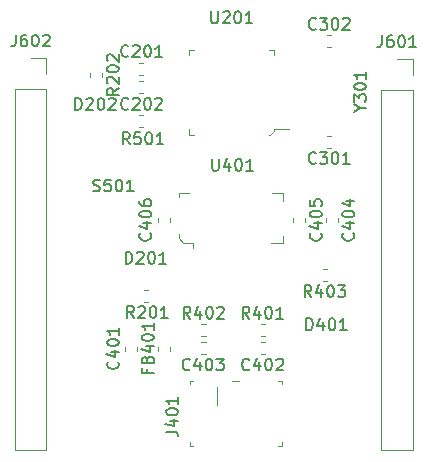
<source format=gbr>
%TF.GenerationSoftware,KiCad,Pcbnew,(5.1.6)-1*%
%TF.CreationDate,2020-07-15T15:52:09-04:00*%
%TF.ProjectId,Arduino Rev 2,41726475-696e-46f2-9052-657620322e6b,rev?*%
%TF.SameCoordinates,Original*%
%TF.FileFunction,Legend,Top*%
%TF.FilePolarity,Positive*%
%FSLAX46Y46*%
G04 Gerber Fmt 4.6, Leading zero omitted, Abs format (unit mm)*
G04 Created by KiCad (PCBNEW (5.1.6)-1) date 2020-07-15 15:52:09*
%MOMM*%
%LPD*%
G01*
G04 APERTURE LIST*
%ADD10C,0.120000*%
%ADD11C,0.100000*%
%ADD12C,0.150000*%
G04 APERTURE END LIST*
D10*
%TO.C,J602*%
X143920000Y-104520000D02*
X146580000Y-104520000D01*
X143920000Y-104520000D02*
X143920000Y-135060000D01*
X143920000Y-135060000D02*
X146580000Y-135060000D01*
X146580000Y-104520000D02*
X146580000Y-135060000D01*
X146580000Y-101920000D02*
X146580000Y-103250000D01*
X145250000Y-101920000D02*
X146580000Y-101920000D01*
%TO.C,J601*%
X174920000Y-104580000D02*
X177580000Y-104580000D01*
X174920000Y-104580000D02*
X174920000Y-135120000D01*
X174920000Y-135120000D02*
X177580000Y-135120000D01*
X177580000Y-104580000D02*
X177580000Y-135120000D01*
X177580000Y-101980000D02*
X177580000Y-103310000D01*
X176250000Y-101980000D02*
X177580000Y-101980000D01*
%TO.C,C406*%
X157010000Y-115453733D02*
X157010000Y-115796267D01*
X155990000Y-115453733D02*
X155990000Y-115796267D01*
%TO.C,C202*%
X154796267Y-104910000D02*
X154453733Y-104910000D01*
X154796267Y-103890000D02*
X154453733Y-103890000D01*
%TO.C,C201*%
X154453733Y-102290000D02*
X154796267Y-102290000D01*
X154453733Y-103310000D02*
X154796267Y-103310000D01*
D11*
%TO.C,U401*%
X158977500Y-117579700D02*
X158977500Y-117979700D01*
X158177500Y-117579700D02*
X158977500Y-117579700D01*
X157777500Y-117179700D02*
X158177500Y-117579700D01*
X157777500Y-116779700D02*
X157777500Y-117179700D01*
X157777500Y-113379700D02*
X158677500Y-113379700D01*
X157777500Y-113679700D02*
X157777500Y-113379700D01*
X166577500Y-113379700D02*
X165677500Y-113379700D01*
X166577500Y-113979700D02*
X166577500Y-113379700D01*
X166577500Y-117579700D02*
X166577500Y-116979700D01*
X165577500Y-117579700D02*
X166577500Y-117579700D01*
%TO.C,U201*%
X165850000Y-101200000D02*
X165850000Y-101650000D01*
X165850000Y-101200000D02*
X165400000Y-101200000D01*
X158650000Y-101200000D02*
X159100000Y-101200000D01*
X158650000Y-101200000D02*
X158650000Y-101650000D01*
X158650000Y-108400000D02*
X158650000Y-107950000D01*
X158650000Y-108400000D02*
X159100000Y-108400000D01*
X165850000Y-107950000D02*
X167150000Y-107950000D01*
X165850000Y-108050000D02*
X165850000Y-107950000D01*
X165500000Y-108400000D02*
X165850000Y-108050000D01*
X165400000Y-108400000D02*
X165500000Y-108400000D01*
D10*
%TO.C,R501*%
X154453733Y-107760000D02*
X154796267Y-107760000D01*
X154453733Y-106740000D02*
X154796267Y-106740000D01*
%TO.C,R403*%
X170296267Y-119740000D02*
X169953733Y-119740000D01*
X170296267Y-120760000D02*
X169953733Y-120760000D01*
%TO.C,R402*%
X159703733Y-125460000D02*
X160046267Y-125460000D01*
X159703733Y-124440000D02*
X160046267Y-124440000D01*
%TO.C,R401*%
X165046267Y-124440000D02*
X164703733Y-124440000D01*
X165046267Y-125460000D02*
X164703733Y-125460000D01*
%TO.C,R202*%
X150290000Y-103153733D02*
X150290000Y-103496267D01*
X151310000Y-103153733D02*
X151310000Y-103496267D01*
%TO.C,R201*%
X154843733Y-122550000D02*
X155186267Y-122550000D01*
X154843733Y-121530000D02*
X155186267Y-121530000D01*
D11*
%TO.C,J401*%
X166500000Y-129225000D02*
X166500000Y-129525000D01*
X166500000Y-129225000D02*
X166200000Y-129225000D01*
X158700000Y-129225000D02*
X158700000Y-129525000D01*
X158700000Y-129225000D02*
X159000000Y-129225000D01*
X158700000Y-134725000D02*
X159000000Y-134725000D01*
X158700000Y-134725000D02*
X158700000Y-134425000D01*
X166500000Y-134725000D02*
X166200000Y-134725000D01*
X166500000Y-134725000D02*
X166500000Y-134425000D01*
X162600000Y-129225000D02*
X162300000Y-129225000D01*
X162600000Y-129225000D02*
X162900000Y-129225000D01*
X161000000Y-129725000D02*
X161000000Y-131325000D01*
D10*
%TO.C,FB401*%
X155990000Y-126353733D02*
X155990000Y-126696267D01*
X157010000Y-126353733D02*
X157010000Y-126696267D01*
%TO.C,C405*%
X167490000Y-115453733D02*
X167490000Y-115796267D01*
X168510000Y-115453733D02*
X168510000Y-115796267D01*
%TO.C,C404*%
X170240000Y-115453733D02*
X170240000Y-115796267D01*
X171260000Y-115453733D02*
X171260000Y-115796267D01*
%TO.C,C403*%
X160046267Y-125990000D02*
X159703733Y-125990000D01*
X160046267Y-127010000D02*
X159703733Y-127010000D01*
%TO.C,C402*%
X164703733Y-127010000D02*
X165046267Y-127010000D01*
X164703733Y-125990000D02*
X165046267Y-125990000D01*
%TO.C,C401*%
X153190000Y-126353733D02*
X153190000Y-126696267D01*
X154210000Y-126353733D02*
X154210000Y-126696267D01*
%TO.C,C302*%
X170333733Y-101000000D02*
X170676267Y-101000000D01*
X170333733Y-99980000D02*
X170676267Y-99980000D01*
%TO.C,C301*%
X170676267Y-108480000D02*
X170333733Y-108480000D01*
X170676267Y-109500000D02*
X170333733Y-109500000D01*
%TO.C,J602*%
D12*
X143964285Y-99932380D02*
X143964285Y-100646666D01*
X143916666Y-100789523D01*
X143821428Y-100884761D01*
X143678571Y-100932380D01*
X143583333Y-100932380D01*
X144869047Y-99932380D02*
X144678571Y-99932380D01*
X144583333Y-99980000D01*
X144535714Y-100027619D01*
X144440476Y-100170476D01*
X144392857Y-100360952D01*
X144392857Y-100741904D01*
X144440476Y-100837142D01*
X144488095Y-100884761D01*
X144583333Y-100932380D01*
X144773809Y-100932380D01*
X144869047Y-100884761D01*
X144916666Y-100837142D01*
X144964285Y-100741904D01*
X144964285Y-100503809D01*
X144916666Y-100408571D01*
X144869047Y-100360952D01*
X144773809Y-100313333D01*
X144583333Y-100313333D01*
X144488095Y-100360952D01*
X144440476Y-100408571D01*
X144392857Y-100503809D01*
X145583333Y-99932380D02*
X145678571Y-99932380D01*
X145773809Y-99980000D01*
X145821428Y-100027619D01*
X145869047Y-100122857D01*
X145916666Y-100313333D01*
X145916666Y-100551428D01*
X145869047Y-100741904D01*
X145821428Y-100837142D01*
X145773809Y-100884761D01*
X145678571Y-100932380D01*
X145583333Y-100932380D01*
X145488095Y-100884761D01*
X145440476Y-100837142D01*
X145392857Y-100741904D01*
X145345238Y-100551428D01*
X145345238Y-100313333D01*
X145392857Y-100122857D01*
X145440476Y-100027619D01*
X145488095Y-99980000D01*
X145583333Y-99932380D01*
X146297619Y-100027619D02*
X146345238Y-99980000D01*
X146440476Y-99932380D01*
X146678571Y-99932380D01*
X146773809Y-99980000D01*
X146821428Y-100027619D01*
X146869047Y-100122857D01*
X146869047Y-100218095D01*
X146821428Y-100360952D01*
X146250000Y-100932380D01*
X146869047Y-100932380D01*
%TO.C,J601*%
X174964285Y-99992380D02*
X174964285Y-100706666D01*
X174916666Y-100849523D01*
X174821428Y-100944761D01*
X174678571Y-100992380D01*
X174583333Y-100992380D01*
X175869047Y-99992380D02*
X175678571Y-99992380D01*
X175583333Y-100040000D01*
X175535714Y-100087619D01*
X175440476Y-100230476D01*
X175392857Y-100420952D01*
X175392857Y-100801904D01*
X175440476Y-100897142D01*
X175488095Y-100944761D01*
X175583333Y-100992380D01*
X175773809Y-100992380D01*
X175869047Y-100944761D01*
X175916666Y-100897142D01*
X175964285Y-100801904D01*
X175964285Y-100563809D01*
X175916666Y-100468571D01*
X175869047Y-100420952D01*
X175773809Y-100373333D01*
X175583333Y-100373333D01*
X175488095Y-100420952D01*
X175440476Y-100468571D01*
X175392857Y-100563809D01*
X176583333Y-99992380D02*
X176678571Y-99992380D01*
X176773809Y-100040000D01*
X176821428Y-100087619D01*
X176869047Y-100182857D01*
X176916666Y-100373333D01*
X176916666Y-100611428D01*
X176869047Y-100801904D01*
X176821428Y-100897142D01*
X176773809Y-100944761D01*
X176678571Y-100992380D01*
X176583333Y-100992380D01*
X176488095Y-100944761D01*
X176440476Y-100897142D01*
X176392857Y-100801904D01*
X176345238Y-100611428D01*
X176345238Y-100373333D01*
X176392857Y-100182857D01*
X176440476Y-100087619D01*
X176488095Y-100040000D01*
X176583333Y-99992380D01*
X177869047Y-100992380D02*
X177297619Y-100992380D01*
X177583333Y-100992380D02*
X177583333Y-99992380D01*
X177488095Y-100135238D01*
X177392857Y-100230476D01*
X177297619Y-100278095D01*
%TO.C,C406*%
X155357142Y-116744047D02*
X155404761Y-116791666D01*
X155452380Y-116934523D01*
X155452380Y-117029761D01*
X155404761Y-117172619D01*
X155309523Y-117267857D01*
X155214285Y-117315476D01*
X155023809Y-117363095D01*
X154880952Y-117363095D01*
X154690476Y-117315476D01*
X154595238Y-117267857D01*
X154500000Y-117172619D01*
X154452380Y-117029761D01*
X154452380Y-116934523D01*
X154500000Y-116791666D01*
X154547619Y-116744047D01*
X154785714Y-115886904D02*
X155452380Y-115886904D01*
X154404761Y-116125000D02*
X155119047Y-116363095D01*
X155119047Y-115744047D01*
X154452380Y-115172619D02*
X154452380Y-115077380D01*
X154500000Y-114982142D01*
X154547619Y-114934523D01*
X154642857Y-114886904D01*
X154833333Y-114839285D01*
X155071428Y-114839285D01*
X155261904Y-114886904D01*
X155357142Y-114934523D01*
X155404761Y-114982142D01*
X155452380Y-115077380D01*
X155452380Y-115172619D01*
X155404761Y-115267857D01*
X155357142Y-115315476D01*
X155261904Y-115363095D01*
X155071428Y-115410714D01*
X154833333Y-115410714D01*
X154642857Y-115363095D01*
X154547619Y-115315476D01*
X154500000Y-115267857D01*
X154452380Y-115172619D01*
X154452380Y-113982142D02*
X154452380Y-114172619D01*
X154500000Y-114267857D01*
X154547619Y-114315476D01*
X154690476Y-114410714D01*
X154880952Y-114458333D01*
X155261904Y-114458333D01*
X155357142Y-114410714D01*
X155404761Y-114363095D01*
X155452380Y-114267857D01*
X155452380Y-114077380D01*
X155404761Y-113982142D01*
X155357142Y-113934523D01*
X155261904Y-113886904D01*
X155023809Y-113886904D01*
X154928571Y-113934523D01*
X154880952Y-113982142D01*
X154833333Y-114077380D01*
X154833333Y-114267857D01*
X154880952Y-114363095D01*
X154928571Y-114410714D01*
X155023809Y-114458333D01*
%TO.C,C202*%
X153505952Y-106187142D02*
X153458333Y-106234761D01*
X153315476Y-106282380D01*
X153220238Y-106282380D01*
X153077380Y-106234761D01*
X152982142Y-106139523D01*
X152934523Y-106044285D01*
X152886904Y-105853809D01*
X152886904Y-105710952D01*
X152934523Y-105520476D01*
X152982142Y-105425238D01*
X153077380Y-105330000D01*
X153220238Y-105282380D01*
X153315476Y-105282380D01*
X153458333Y-105330000D01*
X153505952Y-105377619D01*
X153886904Y-105377619D02*
X153934523Y-105330000D01*
X154029761Y-105282380D01*
X154267857Y-105282380D01*
X154363095Y-105330000D01*
X154410714Y-105377619D01*
X154458333Y-105472857D01*
X154458333Y-105568095D01*
X154410714Y-105710952D01*
X153839285Y-106282380D01*
X154458333Y-106282380D01*
X155077380Y-105282380D02*
X155172619Y-105282380D01*
X155267857Y-105330000D01*
X155315476Y-105377619D01*
X155363095Y-105472857D01*
X155410714Y-105663333D01*
X155410714Y-105901428D01*
X155363095Y-106091904D01*
X155315476Y-106187142D01*
X155267857Y-106234761D01*
X155172619Y-106282380D01*
X155077380Y-106282380D01*
X154982142Y-106234761D01*
X154934523Y-106187142D01*
X154886904Y-106091904D01*
X154839285Y-105901428D01*
X154839285Y-105663333D01*
X154886904Y-105472857D01*
X154934523Y-105377619D01*
X154982142Y-105330000D01*
X155077380Y-105282380D01*
X155791666Y-105377619D02*
X155839285Y-105330000D01*
X155934523Y-105282380D01*
X156172619Y-105282380D01*
X156267857Y-105330000D01*
X156315476Y-105377619D01*
X156363095Y-105472857D01*
X156363095Y-105568095D01*
X156315476Y-105710952D01*
X155744047Y-106282380D01*
X156363095Y-106282380D01*
%TO.C,C201*%
X153505952Y-101727142D02*
X153458333Y-101774761D01*
X153315476Y-101822380D01*
X153220238Y-101822380D01*
X153077380Y-101774761D01*
X152982142Y-101679523D01*
X152934523Y-101584285D01*
X152886904Y-101393809D01*
X152886904Y-101250952D01*
X152934523Y-101060476D01*
X152982142Y-100965238D01*
X153077380Y-100870000D01*
X153220238Y-100822380D01*
X153315476Y-100822380D01*
X153458333Y-100870000D01*
X153505952Y-100917619D01*
X153886904Y-100917619D02*
X153934523Y-100870000D01*
X154029761Y-100822380D01*
X154267857Y-100822380D01*
X154363095Y-100870000D01*
X154410714Y-100917619D01*
X154458333Y-101012857D01*
X154458333Y-101108095D01*
X154410714Y-101250952D01*
X153839285Y-101822380D01*
X154458333Y-101822380D01*
X155077380Y-100822380D02*
X155172619Y-100822380D01*
X155267857Y-100870000D01*
X155315476Y-100917619D01*
X155363095Y-101012857D01*
X155410714Y-101203333D01*
X155410714Y-101441428D01*
X155363095Y-101631904D01*
X155315476Y-101727142D01*
X155267857Y-101774761D01*
X155172619Y-101822380D01*
X155077380Y-101822380D01*
X154982142Y-101774761D01*
X154934523Y-101727142D01*
X154886904Y-101631904D01*
X154839285Y-101441428D01*
X154839285Y-101203333D01*
X154886904Y-101012857D01*
X154934523Y-100917619D01*
X154982142Y-100870000D01*
X155077380Y-100822380D01*
X156363095Y-101822380D02*
X155791666Y-101822380D01*
X156077380Y-101822380D02*
X156077380Y-100822380D01*
X155982142Y-100965238D01*
X155886904Y-101060476D01*
X155791666Y-101108095D01*
%TO.C,Y301*%
X173146190Y-106168571D02*
X173622380Y-106168571D01*
X172622380Y-106501904D02*
X173146190Y-106168571D01*
X172622380Y-105835238D01*
X172622380Y-105597142D02*
X172622380Y-104978095D01*
X173003333Y-105311428D01*
X173003333Y-105168571D01*
X173050952Y-105073333D01*
X173098571Y-105025714D01*
X173193809Y-104978095D01*
X173431904Y-104978095D01*
X173527142Y-105025714D01*
X173574761Y-105073333D01*
X173622380Y-105168571D01*
X173622380Y-105454285D01*
X173574761Y-105549523D01*
X173527142Y-105597142D01*
X172622380Y-104359047D02*
X172622380Y-104263809D01*
X172670000Y-104168571D01*
X172717619Y-104120952D01*
X172812857Y-104073333D01*
X173003333Y-104025714D01*
X173241428Y-104025714D01*
X173431904Y-104073333D01*
X173527142Y-104120952D01*
X173574761Y-104168571D01*
X173622380Y-104263809D01*
X173622380Y-104359047D01*
X173574761Y-104454285D01*
X173527142Y-104501904D01*
X173431904Y-104549523D01*
X173241428Y-104597142D01*
X173003333Y-104597142D01*
X172812857Y-104549523D01*
X172717619Y-104501904D01*
X172670000Y-104454285D01*
X172622380Y-104359047D01*
X173622380Y-103073333D02*
X173622380Y-103644761D01*
X173622380Y-103359047D02*
X172622380Y-103359047D01*
X172765238Y-103454285D01*
X172860476Y-103549523D01*
X172908095Y-103644761D01*
%TO.C,U401*%
X160595714Y-110452380D02*
X160595714Y-111261904D01*
X160643333Y-111357142D01*
X160690952Y-111404761D01*
X160786190Y-111452380D01*
X160976666Y-111452380D01*
X161071904Y-111404761D01*
X161119523Y-111357142D01*
X161167142Y-111261904D01*
X161167142Y-110452380D01*
X162071904Y-110785714D02*
X162071904Y-111452380D01*
X161833809Y-110404761D02*
X161595714Y-111119047D01*
X162214761Y-111119047D01*
X162786190Y-110452380D02*
X162881428Y-110452380D01*
X162976666Y-110500000D01*
X163024285Y-110547619D01*
X163071904Y-110642857D01*
X163119523Y-110833333D01*
X163119523Y-111071428D01*
X163071904Y-111261904D01*
X163024285Y-111357142D01*
X162976666Y-111404761D01*
X162881428Y-111452380D01*
X162786190Y-111452380D01*
X162690952Y-111404761D01*
X162643333Y-111357142D01*
X162595714Y-111261904D01*
X162548095Y-111071428D01*
X162548095Y-110833333D01*
X162595714Y-110642857D01*
X162643333Y-110547619D01*
X162690952Y-110500000D01*
X162786190Y-110452380D01*
X164071904Y-111452380D02*
X163500476Y-111452380D01*
X163786190Y-111452380D02*
X163786190Y-110452380D01*
X163690952Y-110595238D01*
X163595714Y-110690476D01*
X163500476Y-110738095D01*
%TO.C,U201*%
X160535714Y-97952380D02*
X160535714Y-98761904D01*
X160583333Y-98857142D01*
X160630952Y-98904761D01*
X160726190Y-98952380D01*
X160916666Y-98952380D01*
X161011904Y-98904761D01*
X161059523Y-98857142D01*
X161107142Y-98761904D01*
X161107142Y-97952380D01*
X161535714Y-98047619D02*
X161583333Y-98000000D01*
X161678571Y-97952380D01*
X161916666Y-97952380D01*
X162011904Y-98000000D01*
X162059523Y-98047619D01*
X162107142Y-98142857D01*
X162107142Y-98238095D01*
X162059523Y-98380952D01*
X161488095Y-98952380D01*
X162107142Y-98952380D01*
X162726190Y-97952380D02*
X162821428Y-97952380D01*
X162916666Y-98000000D01*
X162964285Y-98047619D01*
X163011904Y-98142857D01*
X163059523Y-98333333D01*
X163059523Y-98571428D01*
X163011904Y-98761904D01*
X162964285Y-98857142D01*
X162916666Y-98904761D01*
X162821428Y-98952380D01*
X162726190Y-98952380D01*
X162630952Y-98904761D01*
X162583333Y-98857142D01*
X162535714Y-98761904D01*
X162488095Y-98571428D01*
X162488095Y-98333333D01*
X162535714Y-98142857D01*
X162583333Y-98047619D01*
X162630952Y-98000000D01*
X162726190Y-97952380D01*
X164011904Y-98952380D02*
X163440476Y-98952380D01*
X163726190Y-98952380D02*
X163726190Y-97952380D01*
X163630952Y-98095238D01*
X163535714Y-98190476D01*
X163440476Y-98238095D01*
%TO.C,S501*%
X150535714Y-113154761D02*
X150678571Y-113202380D01*
X150916666Y-113202380D01*
X151011904Y-113154761D01*
X151059523Y-113107142D01*
X151107142Y-113011904D01*
X151107142Y-112916666D01*
X151059523Y-112821428D01*
X151011904Y-112773809D01*
X150916666Y-112726190D01*
X150726190Y-112678571D01*
X150630952Y-112630952D01*
X150583333Y-112583333D01*
X150535714Y-112488095D01*
X150535714Y-112392857D01*
X150583333Y-112297619D01*
X150630952Y-112250000D01*
X150726190Y-112202380D01*
X150964285Y-112202380D01*
X151107142Y-112250000D01*
X152011904Y-112202380D02*
X151535714Y-112202380D01*
X151488095Y-112678571D01*
X151535714Y-112630952D01*
X151630952Y-112583333D01*
X151869047Y-112583333D01*
X151964285Y-112630952D01*
X152011904Y-112678571D01*
X152059523Y-112773809D01*
X152059523Y-113011904D01*
X152011904Y-113107142D01*
X151964285Y-113154761D01*
X151869047Y-113202380D01*
X151630952Y-113202380D01*
X151535714Y-113154761D01*
X151488095Y-113107142D01*
X152678571Y-112202380D02*
X152773809Y-112202380D01*
X152869047Y-112250000D01*
X152916666Y-112297619D01*
X152964285Y-112392857D01*
X153011904Y-112583333D01*
X153011904Y-112821428D01*
X152964285Y-113011904D01*
X152916666Y-113107142D01*
X152869047Y-113154761D01*
X152773809Y-113202380D01*
X152678571Y-113202380D01*
X152583333Y-113154761D01*
X152535714Y-113107142D01*
X152488095Y-113011904D01*
X152440476Y-112821428D01*
X152440476Y-112583333D01*
X152488095Y-112392857D01*
X152535714Y-112297619D01*
X152583333Y-112250000D01*
X152678571Y-112202380D01*
X153964285Y-113202380D02*
X153392857Y-113202380D01*
X153678571Y-113202380D02*
X153678571Y-112202380D01*
X153583333Y-112345238D01*
X153488095Y-112440476D01*
X153392857Y-112488095D01*
%TO.C,R501*%
X153630952Y-109202380D02*
X153297619Y-108726190D01*
X153059523Y-109202380D02*
X153059523Y-108202380D01*
X153440476Y-108202380D01*
X153535714Y-108250000D01*
X153583333Y-108297619D01*
X153630952Y-108392857D01*
X153630952Y-108535714D01*
X153583333Y-108630952D01*
X153535714Y-108678571D01*
X153440476Y-108726190D01*
X153059523Y-108726190D01*
X154535714Y-108202380D02*
X154059523Y-108202380D01*
X154011904Y-108678571D01*
X154059523Y-108630952D01*
X154154761Y-108583333D01*
X154392857Y-108583333D01*
X154488095Y-108630952D01*
X154535714Y-108678571D01*
X154583333Y-108773809D01*
X154583333Y-109011904D01*
X154535714Y-109107142D01*
X154488095Y-109154761D01*
X154392857Y-109202380D01*
X154154761Y-109202380D01*
X154059523Y-109154761D01*
X154011904Y-109107142D01*
X155202380Y-108202380D02*
X155297619Y-108202380D01*
X155392857Y-108250000D01*
X155440476Y-108297619D01*
X155488095Y-108392857D01*
X155535714Y-108583333D01*
X155535714Y-108821428D01*
X155488095Y-109011904D01*
X155440476Y-109107142D01*
X155392857Y-109154761D01*
X155297619Y-109202380D01*
X155202380Y-109202380D01*
X155107142Y-109154761D01*
X155059523Y-109107142D01*
X155011904Y-109011904D01*
X154964285Y-108821428D01*
X154964285Y-108583333D01*
X155011904Y-108392857D01*
X155059523Y-108297619D01*
X155107142Y-108250000D01*
X155202380Y-108202380D01*
X156488095Y-109202380D02*
X155916666Y-109202380D01*
X156202380Y-109202380D02*
X156202380Y-108202380D01*
X156107142Y-108345238D01*
X156011904Y-108440476D01*
X155916666Y-108488095D01*
%TO.C,R403*%
X169005952Y-122132380D02*
X168672619Y-121656190D01*
X168434523Y-122132380D02*
X168434523Y-121132380D01*
X168815476Y-121132380D01*
X168910714Y-121180000D01*
X168958333Y-121227619D01*
X169005952Y-121322857D01*
X169005952Y-121465714D01*
X168958333Y-121560952D01*
X168910714Y-121608571D01*
X168815476Y-121656190D01*
X168434523Y-121656190D01*
X169863095Y-121465714D02*
X169863095Y-122132380D01*
X169625000Y-121084761D02*
X169386904Y-121799047D01*
X170005952Y-121799047D01*
X170577380Y-121132380D02*
X170672619Y-121132380D01*
X170767857Y-121180000D01*
X170815476Y-121227619D01*
X170863095Y-121322857D01*
X170910714Y-121513333D01*
X170910714Y-121751428D01*
X170863095Y-121941904D01*
X170815476Y-122037142D01*
X170767857Y-122084761D01*
X170672619Y-122132380D01*
X170577380Y-122132380D01*
X170482142Y-122084761D01*
X170434523Y-122037142D01*
X170386904Y-121941904D01*
X170339285Y-121751428D01*
X170339285Y-121513333D01*
X170386904Y-121322857D01*
X170434523Y-121227619D01*
X170482142Y-121180000D01*
X170577380Y-121132380D01*
X171244047Y-121132380D02*
X171863095Y-121132380D01*
X171529761Y-121513333D01*
X171672619Y-121513333D01*
X171767857Y-121560952D01*
X171815476Y-121608571D01*
X171863095Y-121703809D01*
X171863095Y-121941904D01*
X171815476Y-122037142D01*
X171767857Y-122084761D01*
X171672619Y-122132380D01*
X171386904Y-122132380D01*
X171291666Y-122084761D01*
X171244047Y-122037142D01*
%TO.C,R402*%
X158755952Y-123972380D02*
X158422619Y-123496190D01*
X158184523Y-123972380D02*
X158184523Y-122972380D01*
X158565476Y-122972380D01*
X158660714Y-123020000D01*
X158708333Y-123067619D01*
X158755952Y-123162857D01*
X158755952Y-123305714D01*
X158708333Y-123400952D01*
X158660714Y-123448571D01*
X158565476Y-123496190D01*
X158184523Y-123496190D01*
X159613095Y-123305714D02*
X159613095Y-123972380D01*
X159375000Y-122924761D02*
X159136904Y-123639047D01*
X159755952Y-123639047D01*
X160327380Y-122972380D02*
X160422619Y-122972380D01*
X160517857Y-123020000D01*
X160565476Y-123067619D01*
X160613095Y-123162857D01*
X160660714Y-123353333D01*
X160660714Y-123591428D01*
X160613095Y-123781904D01*
X160565476Y-123877142D01*
X160517857Y-123924761D01*
X160422619Y-123972380D01*
X160327380Y-123972380D01*
X160232142Y-123924761D01*
X160184523Y-123877142D01*
X160136904Y-123781904D01*
X160089285Y-123591428D01*
X160089285Y-123353333D01*
X160136904Y-123162857D01*
X160184523Y-123067619D01*
X160232142Y-123020000D01*
X160327380Y-122972380D01*
X161041666Y-123067619D02*
X161089285Y-123020000D01*
X161184523Y-122972380D01*
X161422619Y-122972380D01*
X161517857Y-123020000D01*
X161565476Y-123067619D01*
X161613095Y-123162857D01*
X161613095Y-123258095D01*
X161565476Y-123400952D01*
X160994047Y-123972380D01*
X161613095Y-123972380D01*
%TO.C,R401*%
X163755952Y-123977380D02*
X163422619Y-123501190D01*
X163184523Y-123977380D02*
X163184523Y-122977380D01*
X163565476Y-122977380D01*
X163660714Y-123025000D01*
X163708333Y-123072619D01*
X163755952Y-123167857D01*
X163755952Y-123310714D01*
X163708333Y-123405952D01*
X163660714Y-123453571D01*
X163565476Y-123501190D01*
X163184523Y-123501190D01*
X164613095Y-123310714D02*
X164613095Y-123977380D01*
X164375000Y-122929761D02*
X164136904Y-123644047D01*
X164755952Y-123644047D01*
X165327380Y-122977380D02*
X165422619Y-122977380D01*
X165517857Y-123025000D01*
X165565476Y-123072619D01*
X165613095Y-123167857D01*
X165660714Y-123358333D01*
X165660714Y-123596428D01*
X165613095Y-123786904D01*
X165565476Y-123882142D01*
X165517857Y-123929761D01*
X165422619Y-123977380D01*
X165327380Y-123977380D01*
X165232142Y-123929761D01*
X165184523Y-123882142D01*
X165136904Y-123786904D01*
X165089285Y-123596428D01*
X165089285Y-123358333D01*
X165136904Y-123167857D01*
X165184523Y-123072619D01*
X165232142Y-123025000D01*
X165327380Y-122977380D01*
X166613095Y-123977380D02*
X166041666Y-123977380D01*
X166327380Y-123977380D02*
X166327380Y-122977380D01*
X166232142Y-123120238D01*
X166136904Y-123215476D01*
X166041666Y-123263095D01*
%TO.C,R202*%
X152682380Y-104444047D02*
X152206190Y-104777380D01*
X152682380Y-105015476D02*
X151682380Y-105015476D01*
X151682380Y-104634523D01*
X151730000Y-104539285D01*
X151777619Y-104491666D01*
X151872857Y-104444047D01*
X152015714Y-104444047D01*
X152110952Y-104491666D01*
X152158571Y-104539285D01*
X152206190Y-104634523D01*
X152206190Y-105015476D01*
X151777619Y-104063095D02*
X151730000Y-104015476D01*
X151682380Y-103920238D01*
X151682380Y-103682142D01*
X151730000Y-103586904D01*
X151777619Y-103539285D01*
X151872857Y-103491666D01*
X151968095Y-103491666D01*
X152110952Y-103539285D01*
X152682380Y-104110714D01*
X152682380Y-103491666D01*
X151682380Y-102872619D02*
X151682380Y-102777380D01*
X151730000Y-102682142D01*
X151777619Y-102634523D01*
X151872857Y-102586904D01*
X152063333Y-102539285D01*
X152301428Y-102539285D01*
X152491904Y-102586904D01*
X152587142Y-102634523D01*
X152634761Y-102682142D01*
X152682380Y-102777380D01*
X152682380Y-102872619D01*
X152634761Y-102967857D01*
X152587142Y-103015476D01*
X152491904Y-103063095D01*
X152301428Y-103110714D01*
X152063333Y-103110714D01*
X151872857Y-103063095D01*
X151777619Y-103015476D01*
X151730000Y-102967857D01*
X151682380Y-102872619D01*
X151777619Y-102158333D02*
X151730000Y-102110714D01*
X151682380Y-102015476D01*
X151682380Y-101777380D01*
X151730000Y-101682142D01*
X151777619Y-101634523D01*
X151872857Y-101586904D01*
X151968095Y-101586904D01*
X152110952Y-101634523D01*
X152682380Y-102205952D01*
X152682380Y-101586904D01*
%TO.C,R201*%
X153990952Y-123922380D02*
X153657619Y-123446190D01*
X153419523Y-123922380D02*
X153419523Y-122922380D01*
X153800476Y-122922380D01*
X153895714Y-122970000D01*
X153943333Y-123017619D01*
X153990952Y-123112857D01*
X153990952Y-123255714D01*
X153943333Y-123350952D01*
X153895714Y-123398571D01*
X153800476Y-123446190D01*
X153419523Y-123446190D01*
X154371904Y-123017619D02*
X154419523Y-122970000D01*
X154514761Y-122922380D01*
X154752857Y-122922380D01*
X154848095Y-122970000D01*
X154895714Y-123017619D01*
X154943333Y-123112857D01*
X154943333Y-123208095D01*
X154895714Y-123350952D01*
X154324285Y-123922380D01*
X154943333Y-123922380D01*
X155562380Y-122922380D02*
X155657619Y-122922380D01*
X155752857Y-122970000D01*
X155800476Y-123017619D01*
X155848095Y-123112857D01*
X155895714Y-123303333D01*
X155895714Y-123541428D01*
X155848095Y-123731904D01*
X155800476Y-123827142D01*
X155752857Y-123874761D01*
X155657619Y-123922380D01*
X155562380Y-123922380D01*
X155467142Y-123874761D01*
X155419523Y-123827142D01*
X155371904Y-123731904D01*
X155324285Y-123541428D01*
X155324285Y-123303333D01*
X155371904Y-123112857D01*
X155419523Y-123017619D01*
X155467142Y-122970000D01*
X155562380Y-122922380D01*
X156848095Y-123922380D02*
X156276666Y-123922380D01*
X156562380Y-123922380D02*
X156562380Y-122922380D01*
X156467142Y-123065238D01*
X156371904Y-123160476D01*
X156276666Y-123208095D01*
%TO.C,J401*%
X156702380Y-133535714D02*
X157416666Y-133535714D01*
X157559523Y-133583333D01*
X157654761Y-133678571D01*
X157702380Y-133821428D01*
X157702380Y-133916666D01*
X157035714Y-132630952D02*
X157702380Y-132630952D01*
X156654761Y-132869047D02*
X157369047Y-133107142D01*
X157369047Y-132488095D01*
X156702380Y-131916666D02*
X156702380Y-131821428D01*
X156750000Y-131726190D01*
X156797619Y-131678571D01*
X156892857Y-131630952D01*
X157083333Y-131583333D01*
X157321428Y-131583333D01*
X157511904Y-131630952D01*
X157607142Y-131678571D01*
X157654761Y-131726190D01*
X157702380Y-131821428D01*
X157702380Y-131916666D01*
X157654761Y-132011904D01*
X157607142Y-132059523D01*
X157511904Y-132107142D01*
X157321428Y-132154761D01*
X157083333Y-132154761D01*
X156892857Y-132107142D01*
X156797619Y-132059523D01*
X156750000Y-132011904D01*
X156702380Y-131916666D01*
X157702380Y-130630952D02*
X157702380Y-131202380D01*
X157702380Y-130916666D02*
X156702380Y-130916666D01*
X156845238Y-131011904D01*
X156940476Y-131107142D01*
X156988095Y-131202380D01*
%TO.C,FB401*%
X155122571Y-128277714D02*
X155122571Y-128611047D01*
X155646380Y-128611047D02*
X154646380Y-128611047D01*
X154646380Y-128134857D01*
X155122571Y-127420571D02*
X155170190Y-127277714D01*
X155217809Y-127230095D01*
X155313047Y-127182476D01*
X155455904Y-127182476D01*
X155551142Y-127230095D01*
X155598761Y-127277714D01*
X155646380Y-127372952D01*
X155646380Y-127753904D01*
X154646380Y-127753904D01*
X154646380Y-127420571D01*
X154694000Y-127325333D01*
X154741619Y-127277714D01*
X154836857Y-127230095D01*
X154932095Y-127230095D01*
X155027333Y-127277714D01*
X155074952Y-127325333D01*
X155122571Y-127420571D01*
X155122571Y-127753904D01*
X154979714Y-126325333D02*
X155646380Y-126325333D01*
X154598761Y-126563428D02*
X155313047Y-126801523D01*
X155313047Y-126182476D01*
X154646380Y-125611047D02*
X154646380Y-125515809D01*
X154694000Y-125420571D01*
X154741619Y-125372952D01*
X154836857Y-125325333D01*
X155027333Y-125277714D01*
X155265428Y-125277714D01*
X155455904Y-125325333D01*
X155551142Y-125372952D01*
X155598761Y-125420571D01*
X155646380Y-125515809D01*
X155646380Y-125611047D01*
X155598761Y-125706285D01*
X155551142Y-125753904D01*
X155455904Y-125801523D01*
X155265428Y-125849142D01*
X155027333Y-125849142D01*
X154836857Y-125801523D01*
X154741619Y-125753904D01*
X154694000Y-125706285D01*
X154646380Y-125611047D01*
X155646380Y-124325333D02*
X155646380Y-124896761D01*
X155646380Y-124611047D02*
X154646380Y-124611047D01*
X154789238Y-124706285D01*
X154884476Y-124801523D01*
X154932095Y-124896761D01*
%TO.C,D401*%
X168559523Y-124952380D02*
X168559523Y-123952380D01*
X168797619Y-123952380D01*
X168940476Y-124000000D01*
X169035714Y-124095238D01*
X169083333Y-124190476D01*
X169130952Y-124380952D01*
X169130952Y-124523809D01*
X169083333Y-124714285D01*
X169035714Y-124809523D01*
X168940476Y-124904761D01*
X168797619Y-124952380D01*
X168559523Y-124952380D01*
X169988095Y-124285714D02*
X169988095Y-124952380D01*
X169750000Y-123904761D02*
X169511904Y-124619047D01*
X170130952Y-124619047D01*
X170702380Y-123952380D02*
X170797619Y-123952380D01*
X170892857Y-124000000D01*
X170940476Y-124047619D01*
X170988095Y-124142857D01*
X171035714Y-124333333D01*
X171035714Y-124571428D01*
X170988095Y-124761904D01*
X170940476Y-124857142D01*
X170892857Y-124904761D01*
X170797619Y-124952380D01*
X170702380Y-124952380D01*
X170607142Y-124904761D01*
X170559523Y-124857142D01*
X170511904Y-124761904D01*
X170464285Y-124571428D01*
X170464285Y-124333333D01*
X170511904Y-124142857D01*
X170559523Y-124047619D01*
X170607142Y-124000000D01*
X170702380Y-123952380D01*
X171988095Y-124952380D02*
X171416666Y-124952380D01*
X171702380Y-124952380D02*
X171702380Y-123952380D01*
X171607142Y-124095238D01*
X171511904Y-124190476D01*
X171416666Y-124238095D01*
%TO.C,D202*%
X148999523Y-106292380D02*
X148999523Y-105292380D01*
X149237619Y-105292380D01*
X149380476Y-105340000D01*
X149475714Y-105435238D01*
X149523333Y-105530476D01*
X149570952Y-105720952D01*
X149570952Y-105863809D01*
X149523333Y-106054285D01*
X149475714Y-106149523D01*
X149380476Y-106244761D01*
X149237619Y-106292380D01*
X148999523Y-106292380D01*
X149951904Y-105387619D02*
X149999523Y-105340000D01*
X150094761Y-105292380D01*
X150332857Y-105292380D01*
X150428095Y-105340000D01*
X150475714Y-105387619D01*
X150523333Y-105482857D01*
X150523333Y-105578095D01*
X150475714Y-105720952D01*
X149904285Y-106292380D01*
X150523333Y-106292380D01*
X151142380Y-105292380D02*
X151237619Y-105292380D01*
X151332857Y-105340000D01*
X151380476Y-105387619D01*
X151428095Y-105482857D01*
X151475714Y-105673333D01*
X151475714Y-105911428D01*
X151428095Y-106101904D01*
X151380476Y-106197142D01*
X151332857Y-106244761D01*
X151237619Y-106292380D01*
X151142380Y-106292380D01*
X151047142Y-106244761D01*
X150999523Y-106197142D01*
X150951904Y-106101904D01*
X150904285Y-105911428D01*
X150904285Y-105673333D01*
X150951904Y-105482857D01*
X150999523Y-105387619D01*
X151047142Y-105340000D01*
X151142380Y-105292380D01*
X151856666Y-105387619D02*
X151904285Y-105340000D01*
X151999523Y-105292380D01*
X152237619Y-105292380D01*
X152332857Y-105340000D01*
X152380476Y-105387619D01*
X152428095Y-105482857D01*
X152428095Y-105578095D01*
X152380476Y-105720952D01*
X151809047Y-106292380D01*
X152428095Y-106292380D01*
%TO.C,D201*%
X153279523Y-119322380D02*
X153279523Y-118322380D01*
X153517619Y-118322380D01*
X153660476Y-118370000D01*
X153755714Y-118465238D01*
X153803333Y-118560476D01*
X153850952Y-118750952D01*
X153850952Y-118893809D01*
X153803333Y-119084285D01*
X153755714Y-119179523D01*
X153660476Y-119274761D01*
X153517619Y-119322380D01*
X153279523Y-119322380D01*
X154231904Y-118417619D02*
X154279523Y-118370000D01*
X154374761Y-118322380D01*
X154612857Y-118322380D01*
X154708095Y-118370000D01*
X154755714Y-118417619D01*
X154803333Y-118512857D01*
X154803333Y-118608095D01*
X154755714Y-118750952D01*
X154184285Y-119322380D01*
X154803333Y-119322380D01*
X155422380Y-118322380D02*
X155517619Y-118322380D01*
X155612857Y-118370000D01*
X155660476Y-118417619D01*
X155708095Y-118512857D01*
X155755714Y-118703333D01*
X155755714Y-118941428D01*
X155708095Y-119131904D01*
X155660476Y-119227142D01*
X155612857Y-119274761D01*
X155517619Y-119322380D01*
X155422380Y-119322380D01*
X155327142Y-119274761D01*
X155279523Y-119227142D01*
X155231904Y-119131904D01*
X155184285Y-118941428D01*
X155184285Y-118703333D01*
X155231904Y-118512857D01*
X155279523Y-118417619D01*
X155327142Y-118370000D01*
X155422380Y-118322380D01*
X156708095Y-119322380D02*
X156136666Y-119322380D01*
X156422380Y-119322380D02*
X156422380Y-118322380D01*
X156327142Y-118465238D01*
X156231904Y-118560476D01*
X156136666Y-118608095D01*
%TO.C,C405*%
X169787142Y-116744047D02*
X169834761Y-116791666D01*
X169882380Y-116934523D01*
X169882380Y-117029761D01*
X169834761Y-117172619D01*
X169739523Y-117267857D01*
X169644285Y-117315476D01*
X169453809Y-117363095D01*
X169310952Y-117363095D01*
X169120476Y-117315476D01*
X169025238Y-117267857D01*
X168930000Y-117172619D01*
X168882380Y-117029761D01*
X168882380Y-116934523D01*
X168930000Y-116791666D01*
X168977619Y-116744047D01*
X169215714Y-115886904D02*
X169882380Y-115886904D01*
X168834761Y-116125000D02*
X169549047Y-116363095D01*
X169549047Y-115744047D01*
X168882380Y-115172619D02*
X168882380Y-115077380D01*
X168930000Y-114982142D01*
X168977619Y-114934523D01*
X169072857Y-114886904D01*
X169263333Y-114839285D01*
X169501428Y-114839285D01*
X169691904Y-114886904D01*
X169787142Y-114934523D01*
X169834761Y-114982142D01*
X169882380Y-115077380D01*
X169882380Y-115172619D01*
X169834761Y-115267857D01*
X169787142Y-115315476D01*
X169691904Y-115363095D01*
X169501428Y-115410714D01*
X169263333Y-115410714D01*
X169072857Y-115363095D01*
X168977619Y-115315476D01*
X168930000Y-115267857D01*
X168882380Y-115172619D01*
X168882380Y-113934523D02*
X168882380Y-114410714D01*
X169358571Y-114458333D01*
X169310952Y-114410714D01*
X169263333Y-114315476D01*
X169263333Y-114077380D01*
X169310952Y-113982142D01*
X169358571Y-113934523D01*
X169453809Y-113886904D01*
X169691904Y-113886904D01*
X169787142Y-113934523D01*
X169834761Y-113982142D01*
X169882380Y-114077380D01*
X169882380Y-114315476D01*
X169834761Y-114410714D01*
X169787142Y-114458333D01*
%TO.C,C404*%
X172537142Y-116744047D02*
X172584761Y-116791666D01*
X172632380Y-116934523D01*
X172632380Y-117029761D01*
X172584761Y-117172619D01*
X172489523Y-117267857D01*
X172394285Y-117315476D01*
X172203809Y-117363095D01*
X172060952Y-117363095D01*
X171870476Y-117315476D01*
X171775238Y-117267857D01*
X171680000Y-117172619D01*
X171632380Y-117029761D01*
X171632380Y-116934523D01*
X171680000Y-116791666D01*
X171727619Y-116744047D01*
X171965714Y-115886904D02*
X172632380Y-115886904D01*
X171584761Y-116125000D02*
X172299047Y-116363095D01*
X172299047Y-115744047D01*
X171632380Y-115172619D02*
X171632380Y-115077380D01*
X171680000Y-114982142D01*
X171727619Y-114934523D01*
X171822857Y-114886904D01*
X172013333Y-114839285D01*
X172251428Y-114839285D01*
X172441904Y-114886904D01*
X172537142Y-114934523D01*
X172584761Y-114982142D01*
X172632380Y-115077380D01*
X172632380Y-115172619D01*
X172584761Y-115267857D01*
X172537142Y-115315476D01*
X172441904Y-115363095D01*
X172251428Y-115410714D01*
X172013333Y-115410714D01*
X171822857Y-115363095D01*
X171727619Y-115315476D01*
X171680000Y-115267857D01*
X171632380Y-115172619D01*
X171965714Y-113982142D02*
X172632380Y-113982142D01*
X171584761Y-114220238D02*
X172299047Y-114458333D01*
X172299047Y-113839285D01*
%TO.C,C403*%
X158730952Y-128257142D02*
X158683333Y-128304761D01*
X158540476Y-128352380D01*
X158445238Y-128352380D01*
X158302380Y-128304761D01*
X158207142Y-128209523D01*
X158159523Y-128114285D01*
X158111904Y-127923809D01*
X158111904Y-127780952D01*
X158159523Y-127590476D01*
X158207142Y-127495238D01*
X158302380Y-127400000D01*
X158445238Y-127352380D01*
X158540476Y-127352380D01*
X158683333Y-127400000D01*
X158730952Y-127447619D01*
X159588095Y-127685714D02*
X159588095Y-128352380D01*
X159350000Y-127304761D02*
X159111904Y-128019047D01*
X159730952Y-128019047D01*
X160302380Y-127352380D02*
X160397619Y-127352380D01*
X160492857Y-127400000D01*
X160540476Y-127447619D01*
X160588095Y-127542857D01*
X160635714Y-127733333D01*
X160635714Y-127971428D01*
X160588095Y-128161904D01*
X160540476Y-128257142D01*
X160492857Y-128304761D01*
X160397619Y-128352380D01*
X160302380Y-128352380D01*
X160207142Y-128304761D01*
X160159523Y-128257142D01*
X160111904Y-128161904D01*
X160064285Y-127971428D01*
X160064285Y-127733333D01*
X160111904Y-127542857D01*
X160159523Y-127447619D01*
X160207142Y-127400000D01*
X160302380Y-127352380D01*
X160969047Y-127352380D02*
X161588095Y-127352380D01*
X161254761Y-127733333D01*
X161397619Y-127733333D01*
X161492857Y-127780952D01*
X161540476Y-127828571D01*
X161588095Y-127923809D01*
X161588095Y-128161904D01*
X161540476Y-128257142D01*
X161492857Y-128304761D01*
X161397619Y-128352380D01*
X161111904Y-128352380D01*
X161016666Y-128304761D01*
X160969047Y-128257142D01*
%TO.C,C402*%
X163755952Y-128257142D02*
X163708333Y-128304761D01*
X163565476Y-128352380D01*
X163470238Y-128352380D01*
X163327380Y-128304761D01*
X163232142Y-128209523D01*
X163184523Y-128114285D01*
X163136904Y-127923809D01*
X163136904Y-127780952D01*
X163184523Y-127590476D01*
X163232142Y-127495238D01*
X163327380Y-127400000D01*
X163470238Y-127352380D01*
X163565476Y-127352380D01*
X163708333Y-127400000D01*
X163755952Y-127447619D01*
X164613095Y-127685714D02*
X164613095Y-128352380D01*
X164375000Y-127304761D02*
X164136904Y-128019047D01*
X164755952Y-128019047D01*
X165327380Y-127352380D02*
X165422619Y-127352380D01*
X165517857Y-127400000D01*
X165565476Y-127447619D01*
X165613095Y-127542857D01*
X165660714Y-127733333D01*
X165660714Y-127971428D01*
X165613095Y-128161904D01*
X165565476Y-128257142D01*
X165517857Y-128304761D01*
X165422619Y-128352380D01*
X165327380Y-128352380D01*
X165232142Y-128304761D01*
X165184523Y-128257142D01*
X165136904Y-128161904D01*
X165089285Y-127971428D01*
X165089285Y-127733333D01*
X165136904Y-127542857D01*
X165184523Y-127447619D01*
X165232142Y-127400000D01*
X165327380Y-127352380D01*
X166041666Y-127447619D02*
X166089285Y-127400000D01*
X166184523Y-127352380D01*
X166422619Y-127352380D01*
X166517857Y-127400000D01*
X166565476Y-127447619D01*
X166613095Y-127542857D01*
X166613095Y-127638095D01*
X166565476Y-127780952D01*
X165994047Y-128352380D01*
X166613095Y-128352380D01*
%TO.C,C401*%
X152607142Y-127619047D02*
X152654761Y-127666666D01*
X152702380Y-127809523D01*
X152702380Y-127904761D01*
X152654761Y-128047619D01*
X152559523Y-128142857D01*
X152464285Y-128190476D01*
X152273809Y-128238095D01*
X152130952Y-128238095D01*
X151940476Y-128190476D01*
X151845238Y-128142857D01*
X151750000Y-128047619D01*
X151702380Y-127904761D01*
X151702380Y-127809523D01*
X151750000Y-127666666D01*
X151797619Y-127619047D01*
X152035714Y-126761904D02*
X152702380Y-126761904D01*
X151654761Y-127000000D02*
X152369047Y-127238095D01*
X152369047Y-126619047D01*
X151702380Y-126047619D02*
X151702380Y-125952380D01*
X151750000Y-125857142D01*
X151797619Y-125809523D01*
X151892857Y-125761904D01*
X152083333Y-125714285D01*
X152321428Y-125714285D01*
X152511904Y-125761904D01*
X152607142Y-125809523D01*
X152654761Y-125857142D01*
X152702380Y-125952380D01*
X152702380Y-126047619D01*
X152654761Y-126142857D01*
X152607142Y-126190476D01*
X152511904Y-126238095D01*
X152321428Y-126285714D01*
X152083333Y-126285714D01*
X151892857Y-126238095D01*
X151797619Y-126190476D01*
X151750000Y-126142857D01*
X151702380Y-126047619D01*
X152702380Y-124761904D02*
X152702380Y-125333333D01*
X152702380Y-125047619D02*
X151702380Y-125047619D01*
X151845238Y-125142857D01*
X151940476Y-125238095D01*
X151988095Y-125333333D01*
%TO.C,C302*%
X169385952Y-99417142D02*
X169338333Y-99464761D01*
X169195476Y-99512380D01*
X169100238Y-99512380D01*
X168957380Y-99464761D01*
X168862142Y-99369523D01*
X168814523Y-99274285D01*
X168766904Y-99083809D01*
X168766904Y-98940952D01*
X168814523Y-98750476D01*
X168862142Y-98655238D01*
X168957380Y-98560000D01*
X169100238Y-98512380D01*
X169195476Y-98512380D01*
X169338333Y-98560000D01*
X169385952Y-98607619D01*
X169719285Y-98512380D02*
X170338333Y-98512380D01*
X170005000Y-98893333D01*
X170147857Y-98893333D01*
X170243095Y-98940952D01*
X170290714Y-98988571D01*
X170338333Y-99083809D01*
X170338333Y-99321904D01*
X170290714Y-99417142D01*
X170243095Y-99464761D01*
X170147857Y-99512380D01*
X169862142Y-99512380D01*
X169766904Y-99464761D01*
X169719285Y-99417142D01*
X170957380Y-98512380D02*
X171052619Y-98512380D01*
X171147857Y-98560000D01*
X171195476Y-98607619D01*
X171243095Y-98702857D01*
X171290714Y-98893333D01*
X171290714Y-99131428D01*
X171243095Y-99321904D01*
X171195476Y-99417142D01*
X171147857Y-99464761D01*
X171052619Y-99512380D01*
X170957380Y-99512380D01*
X170862142Y-99464761D01*
X170814523Y-99417142D01*
X170766904Y-99321904D01*
X170719285Y-99131428D01*
X170719285Y-98893333D01*
X170766904Y-98702857D01*
X170814523Y-98607619D01*
X170862142Y-98560000D01*
X170957380Y-98512380D01*
X171671666Y-98607619D02*
X171719285Y-98560000D01*
X171814523Y-98512380D01*
X172052619Y-98512380D01*
X172147857Y-98560000D01*
X172195476Y-98607619D01*
X172243095Y-98702857D01*
X172243095Y-98798095D01*
X172195476Y-98940952D01*
X171624047Y-99512380D01*
X172243095Y-99512380D01*
%TO.C,C301*%
X169385952Y-110777142D02*
X169338333Y-110824761D01*
X169195476Y-110872380D01*
X169100238Y-110872380D01*
X168957380Y-110824761D01*
X168862142Y-110729523D01*
X168814523Y-110634285D01*
X168766904Y-110443809D01*
X168766904Y-110300952D01*
X168814523Y-110110476D01*
X168862142Y-110015238D01*
X168957380Y-109920000D01*
X169100238Y-109872380D01*
X169195476Y-109872380D01*
X169338333Y-109920000D01*
X169385952Y-109967619D01*
X169719285Y-109872380D02*
X170338333Y-109872380D01*
X170005000Y-110253333D01*
X170147857Y-110253333D01*
X170243095Y-110300952D01*
X170290714Y-110348571D01*
X170338333Y-110443809D01*
X170338333Y-110681904D01*
X170290714Y-110777142D01*
X170243095Y-110824761D01*
X170147857Y-110872380D01*
X169862142Y-110872380D01*
X169766904Y-110824761D01*
X169719285Y-110777142D01*
X170957380Y-109872380D02*
X171052619Y-109872380D01*
X171147857Y-109920000D01*
X171195476Y-109967619D01*
X171243095Y-110062857D01*
X171290714Y-110253333D01*
X171290714Y-110491428D01*
X171243095Y-110681904D01*
X171195476Y-110777142D01*
X171147857Y-110824761D01*
X171052619Y-110872380D01*
X170957380Y-110872380D01*
X170862142Y-110824761D01*
X170814523Y-110777142D01*
X170766904Y-110681904D01*
X170719285Y-110491428D01*
X170719285Y-110253333D01*
X170766904Y-110062857D01*
X170814523Y-109967619D01*
X170862142Y-109920000D01*
X170957380Y-109872380D01*
X172243095Y-110872380D02*
X171671666Y-110872380D01*
X171957380Y-110872380D02*
X171957380Y-109872380D01*
X171862142Y-110015238D01*
X171766904Y-110110476D01*
X171671666Y-110158095D01*
%TD*%
M02*

</source>
